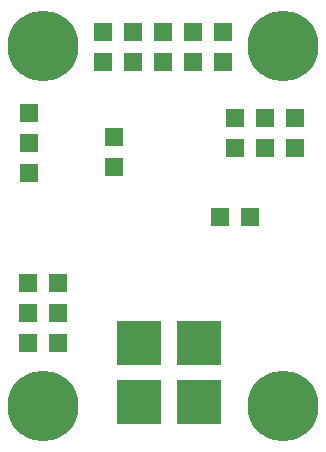
<source format=gbr>
G04 #@! TF.FileFunction,Soldermask,Top*
%FSLAX46Y46*%
G04 Gerber Fmt 4.6, Leading zero omitted, Abs format (unit mm)*
G04 Created by KiCad (PCBNEW 0.201505051231+5642~23~ubuntu14.04.1-product) date St 6. květen 2015, 12:46:28 CEST*
%MOMM*%
G01*
G04 APERTURE LIST*
%ADD10C,0.300000*%
%ADD11R,1.524000X1.524000*%
%ADD12C,6.000000*%
%ADD13R,3.810000X3.810000*%
G04 APERTURE END LIST*
D10*
D11*
X3810000Y15494000D03*
X6350000Y15494000D03*
X3810000Y12954000D03*
X6350000Y12954000D03*
X3810000Y10414000D03*
X6350000Y10414000D03*
X22606000Y21082000D03*
X20066000Y21082000D03*
X26416000Y26924000D03*
X23876000Y26924000D03*
X26416000Y29464000D03*
X23876000Y29464000D03*
X20320000Y36766500D03*
X20320000Y34226500D03*
X17780000Y36766500D03*
X17780000Y34226500D03*
X15240000Y36766500D03*
X15240000Y34226500D03*
X12700000Y36766500D03*
X12700000Y34226500D03*
X10160000Y36766500D03*
X10160000Y34226500D03*
D12*
X5080000Y35560000D03*
X25400000Y5080000D03*
X25400000Y35560000D03*
X5080000Y5080000D03*
D13*
X18288000Y5414000D03*
X18288000Y10414000D03*
X13208000Y5414000D03*
X13208000Y10414000D03*
D11*
X3873500Y24765000D03*
X3873500Y27305000D03*
X3873500Y29845000D03*
X21336000Y26924000D03*
X21336000Y29464000D03*
X11049000Y27813000D03*
X11049000Y25273000D03*
M02*

</source>
